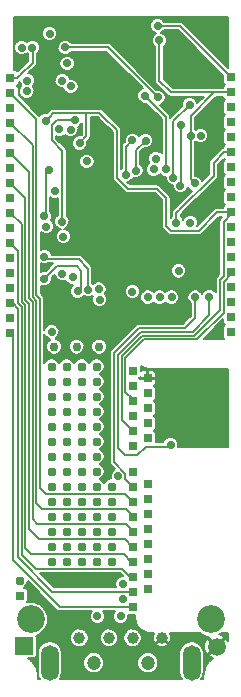
<source format=gbr>
G04 (created by PCBNEW (2013-mar-13)-testing) date Fri 20 Dec 2013 02:45:34 PM CET*
%MOIN*%
G04 Gerber Fmt 3.4, Leading zero omitted, Abs format*
%FSLAX34Y34*%
G01*
G70*
G90*
G04 APERTURE LIST*
%ADD10C,0.003937*%
%ADD11C,0.092000*%
%ADD12R,0.059100X0.059100*%
%ADD13C,0.059100*%
%ADD14C,0.030000*%
%ADD15O,0.059055X0.118110*%
%ADD16C,0.047244*%
%ADD17C,0.039370*%
%ADD18R,0.031000X0.031000*%
%ADD19C,0.031000*%
%ADD20C,0.028000*%
%ADD21C,0.006000*%
G04 APERTURE END LIST*
G54D10*
G54D11*
X31947Y-38216D03*
X25947Y-38216D03*
G54D12*
X25734Y-39108D03*
G54D13*
X32140Y-39124D03*
G54D14*
X27475Y-29125D03*
X28225Y-29125D03*
X26725Y-29125D03*
G54D15*
X31309Y-39659D03*
X26584Y-39659D03*
G54D16*
X28041Y-39659D03*
X29852Y-39659D03*
G54D17*
X27569Y-38832D03*
X28553Y-38832D03*
X29340Y-38832D03*
X30324Y-38832D03*
G54D18*
X29350Y-33290D03*
X29350Y-37790D03*
X29350Y-37290D03*
X29350Y-36790D03*
X29350Y-36290D03*
X29350Y-35790D03*
X29350Y-35290D03*
X29350Y-34790D03*
X29350Y-34290D03*
X29350Y-33790D03*
X29850Y-37198D03*
X29850Y-36698D03*
X29850Y-36198D03*
X29850Y-35698D03*
X29850Y-35198D03*
X29850Y-34698D03*
X29850Y-34198D03*
X29850Y-33698D03*
G54D19*
X26642Y-34787D03*
X27142Y-34787D03*
X27642Y-34787D03*
X28142Y-34787D03*
X28642Y-34787D03*
X27642Y-35287D03*
X28142Y-35287D03*
X28642Y-35287D03*
X27142Y-35287D03*
X26642Y-35287D03*
X26642Y-34287D03*
X27142Y-34287D03*
X27642Y-34287D03*
X28142Y-34287D03*
X28642Y-34287D03*
X26642Y-33787D03*
X27142Y-33787D03*
X27642Y-33787D03*
X28142Y-33787D03*
X28642Y-33787D03*
X26642Y-35787D03*
X26642Y-36287D03*
X27142Y-36287D03*
X27142Y-35787D03*
X27642Y-35787D03*
X27642Y-36287D03*
X28142Y-35787D03*
X28142Y-36287D03*
X28642Y-35787D03*
X28642Y-36287D03*
X26642Y-33287D03*
X27142Y-33287D03*
X27642Y-33287D03*
X28142Y-33287D03*
X28142Y-32787D03*
X27642Y-32787D03*
X27142Y-32787D03*
X26642Y-32787D03*
X26642Y-32287D03*
X27142Y-32287D03*
X27642Y-32287D03*
X28142Y-32287D03*
X28142Y-31787D03*
X27642Y-31787D03*
X27142Y-31787D03*
X26642Y-31787D03*
X26642Y-31287D03*
X27142Y-31287D03*
X27642Y-31287D03*
X28142Y-31287D03*
X28142Y-30787D03*
X27642Y-30787D03*
X27142Y-30787D03*
X26642Y-30787D03*
X26642Y-30287D03*
X27142Y-30287D03*
X27642Y-30287D03*
X27642Y-29787D03*
X27142Y-29787D03*
X26642Y-29787D03*
X28142Y-29787D03*
X28142Y-30287D03*
X25578Y-36925D03*
G54D18*
X25578Y-37425D03*
X25270Y-24180D03*
X25270Y-23680D03*
X25270Y-23180D03*
X25270Y-22680D03*
X25270Y-22180D03*
X25270Y-21680D03*
X25270Y-21180D03*
X25270Y-20680D03*
X25270Y-20180D03*
X25270Y-28680D03*
X25270Y-28180D03*
X25270Y-27680D03*
X25270Y-27180D03*
X25270Y-26680D03*
X25270Y-26180D03*
X25270Y-25680D03*
X25270Y-25180D03*
X25270Y-24680D03*
X32631Y-24152D03*
X32631Y-23652D03*
X32631Y-23152D03*
X32631Y-22652D03*
X32631Y-22152D03*
X32631Y-21652D03*
X32631Y-21152D03*
X32631Y-20652D03*
X32631Y-20152D03*
X32631Y-28652D03*
X32631Y-28152D03*
X32631Y-27652D03*
X32631Y-27152D03*
X32631Y-26652D03*
X32631Y-26152D03*
X32631Y-25652D03*
X32631Y-25152D03*
X32631Y-24652D03*
X29350Y-29930D03*
X29350Y-30430D03*
X29350Y-30930D03*
X29350Y-31430D03*
X29350Y-31930D03*
X29350Y-32430D03*
X29850Y-30180D03*
X29850Y-30680D03*
X29850Y-31180D03*
X29850Y-31680D03*
X29850Y-32180D03*
G54D20*
X31895Y-27465D03*
X30612Y-32398D03*
X30803Y-24990D03*
X27579Y-22341D03*
X26440Y-21600D03*
X29753Y-20768D03*
X30453Y-23220D03*
X26005Y-19160D03*
X31251Y-21060D03*
X30702Y-23492D03*
X32338Y-18434D03*
X26178Y-18585D03*
X26710Y-18363D03*
X28541Y-33212D03*
X27850Y-29125D03*
X26414Y-38722D03*
X27090Y-39370D03*
X27705Y-36773D03*
X27471Y-28617D03*
X31513Y-22799D03*
X27100Y-29125D03*
X26403Y-26478D03*
X26550Y-19705D03*
X30800Y-19500D03*
X31250Y-19680D03*
X31700Y-19900D03*
X27411Y-23373D03*
X32147Y-28574D03*
X31501Y-26208D03*
X28979Y-28105D03*
X25486Y-19576D03*
X28427Y-18912D03*
X31521Y-24413D03*
X28900Y-25800D03*
X28000Y-24800D03*
X29800Y-24800D03*
X28890Y-26300D03*
X29800Y-25800D03*
X28000Y-25800D03*
X27998Y-24334D03*
X29796Y-24332D03*
X28000Y-26300D03*
X29800Y-26300D03*
X29800Y-25300D03*
X28000Y-25300D03*
X28900Y-24800D03*
X28900Y-24332D03*
X28890Y-25321D03*
X29015Y-37540D03*
X29017Y-37040D03*
X30640Y-27475D03*
X30240Y-27475D03*
X29855Y-27475D03*
X26905Y-21880D03*
X26402Y-24784D03*
X26554Y-23252D03*
X25818Y-20610D03*
X27285Y-21895D03*
X26985Y-24960D03*
X25832Y-20264D03*
X27413Y-21575D03*
X27161Y-19682D03*
X30188Y-20820D03*
X27095Y-19143D03*
X27354Y-26813D03*
X30051Y-23213D03*
X26995Y-20255D03*
X27030Y-25455D03*
X27288Y-20444D03*
X26472Y-25128D03*
X26578Y-18694D03*
X31425Y-27475D03*
X31273Y-22094D03*
X30234Y-18914D03*
X31407Y-23685D03*
X28868Y-33451D03*
X30182Y-18432D03*
X30940Y-21730D03*
X30929Y-23758D03*
X28242Y-27564D03*
X28166Y-38112D03*
X27860Y-27230D03*
X26397Y-26121D03*
X27512Y-27272D03*
X26398Y-26865D03*
X28950Y-38114D03*
X26652Y-28635D03*
X26754Y-23940D03*
X31614Y-22093D03*
X30884Y-26601D03*
X26999Y-26697D03*
X31271Y-24991D03*
X25656Y-19161D03*
X29334Y-27288D03*
X30120Y-22857D03*
X27819Y-22953D03*
X28221Y-27205D03*
X29777Y-22254D03*
X29456Y-23261D03*
X29338Y-22244D03*
X29128Y-23390D03*
G54D21*
X31895Y-27465D02*
X31895Y-28081D01*
X31895Y-28081D02*
X31346Y-28630D01*
X30176Y-32456D02*
X30554Y-32456D01*
X31346Y-28630D02*
X29615Y-28630D01*
X29615Y-28630D02*
X28855Y-29390D01*
X28855Y-29390D02*
X28855Y-31935D01*
X28855Y-32503D02*
X29086Y-32734D01*
X29086Y-32734D02*
X29500Y-32734D01*
X29500Y-32734D02*
X29778Y-32456D01*
X29778Y-32456D02*
X30176Y-32456D01*
X28855Y-31935D02*
X28855Y-32503D01*
X30554Y-32456D02*
X30612Y-32398D01*
X30803Y-24990D02*
X30803Y-24667D01*
X30891Y-24579D02*
X32040Y-23430D01*
X32040Y-23430D02*
X32040Y-23013D01*
X32040Y-23013D02*
X32401Y-22652D01*
X32401Y-22652D02*
X32631Y-22652D01*
X30803Y-24667D02*
X30891Y-24579D01*
X27801Y-21334D02*
X27801Y-22119D01*
X27579Y-22341D02*
X27801Y-22119D01*
X32631Y-24652D02*
X32631Y-24704D01*
X28979Y-31559D02*
X29350Y-31930D01*
X28979Y-29440D02*
X28979Y-31559D01*
X29665Y-28755D02*
X28979Y-29440D01*
X31406Y-28755D02*
X29665Y-28755D01*
X32255Y-27906D02*
X31406Y-28755D01*
X32255Y-26905D02*
X32255Y-27906D01*
X32380Y-26780D02*
X32255Y-26905D01*
X32380Y-24955D02*
X32380Y-26780D01*
X32631Y-24704D02*
X32380Y-24955D01*
X26585Y-21455D02*
X26706Y-21334D01*
X26706Y-21334D02*
X27801Y-21334D01*
X27801Y-21334D02*
X28239Y-21334D01*
X28239Y-21334D02*
X28360Y-21455D01*
X28825Y-23275D02*
X28825Y-23505D01*
X26440Y-21600D02*
X26585Y-21455D01*
X28360Y-21455D02*
X28825Y-21920D01*
X28825Y-21920D02*
X28825Y-23275D01*
X29410Y-23860D02*
X30140Y-23860D01*
X30140Y-23860D02*
X30463Y-24183D01*
X30463Y-24183D02*
X30463Y-25091D01*
X30463Y-25091D02*
X30632Y-25260D01*
X30632Y-25260D02*
X31550Y-25260D01*
X31550Y-25260D02*
X32158Y-24652D01*
X32631Y-24652D02*
X32158Y-24652D01*
X29180Y-23860D02*
X29410Y-23860D01*
X28825Y-23505D02*
X29180Y-23860D01*
X29753Y-20768D02*
X30453Y-21468D01*
X30453Y-21468D02*
X30449Y-21468D01*
X30449Y-21468D02*
X30453Y-21468D01*
X30453Y-23220D02*
X30453Y-21468D01*
X25270Y-20180D02*
X25491Y-20180D01*
X26005Y-19160D02*
X26007Y-19162D01*
X26007Y-19162D02*
X26007Y-19664D01*
X26007Y-19664D02*
X25604Y-20067D01*
X25491Y-20180D02*
X25604Y-20067D01*
X30704Y-21607D02*
X31251Y-21060D01*
X30704Y-23490D02*
X30704Y-21607D01*
X30702Y-23492D02*
X30704Y-23490D01*
X27850Y-29336D02*
X27967Y-29453D01*
X27967Y-29453D02*
X28321Y-29453D01*
X28321Y-29453D02*
X28497Y-29629D01*
X28497Y-29629D02*
X28497Y-33168D01*
X28497Y-33168D02*
X28541Y-33212D01*
X27850Y-29125D02*
X27850Y-29336D01*
X27090Y-39370D02*
X27593Y-39370D01*
X27593Y-39370D02*
X27732Y-39231D01*
X27732Y-39231D02*
X29926Y-39231D01*
X29926Y-39231D02*
X30324Y-38832D01*
X31250Y-19680D02*
X30980Y-19680D01*
X30980Y-19680D02*
X30800Y-19500D01*
X31250Y-19680D02*
X31480Y-19680D01*
X31480Y-19680D02*
X31700Y-19900D01*
X27998Y-24334D02*
X28000Y-23962D01*
X28000Y-23962D02*
X27411Y-23373D01*
X29350Y-37290D02*
X26665Y-37290D01*
X26665Y-37290D02*
X25520Y-36145D01*
X25340Y-27680D02*
X25520Y-27860D01*
X25340Y-27680D02*
X25270Y-27680D01*
X25520Y-27860D02*
X25520Y-36145D01*
X29350Y-30930D02*
X29350Y-30876D01*
X31492Y-28880D02*
X29720Y-28880D01*
X32380Y-27992D02*
X31492Y-28880D01*
X32380Y-26960D02*
X32380Y-27992D01*
X32631Y-26709D02*
X32380Y-26960D01*
X32631Y-26709D02*
X32631Y-26652D01*
X29102Y-29498D02*
X29720Y-28880D01*
X29102Y-30628D02*
X29102Y-29498D01*
X29350Y-30876D02*
X29102Y-30628D01*
X29350Y-30880D02*
X29350Y-30930D01*
X29350Y-37790D02*
X26909Y-37790D01*
X26909Y-37790D02*
X25360Y-36241D01*
X25270Y-28680D02*
X25270Y-28730D01*
X25270Y-28730D02*
X25360Y-28820D01*
X25360Y-28820D02*
X25360Y-36241D01*
X29350Y-34790D02*
X29350Y-34776D01*
X29111Y-34537D02*
X28662Y-34537D01*
X29350Y-34776D02*
X29111Y-34537D01*
X26008Y-25768D02*
X26008Y-22418D01*
X26008Y-25768D02*
X26008Y-27463D01*
X26008Y-27463D02*
X26133Y-27588D01*
X26133Y-27588D02*
X26133Y-34337D01*
X26133Y-34337D02*
X26333Y-34537D01*
X26333Y-34537D02*
X28662Y-34537D01*
X26008Y-22418D02*
X25270Y-21680D01*
X26454Y-23352D02*
X26554Y-23252D01*
X26402Y-24784D02*
X26454Y-24732D01*
X26454Y-24732D02*
X26454Y-23352D01*
X26999Y-22589D02*
X26999Y-24946D01*
X26812Y-21575D02*
X26661Y-21726D01*
X26661Y-21726D02*
X26661Y-22251D01*
X26661Y-22251D02*
X26999Y-22589D01*
X26812Y-21575D02*
X27413Y-21575D01*
X26999Y-24946D02*
X26985Y-24960D01*
X29350Y-35290D02*
X29350Y-35274D01*
X29113Y-35037D02*
X28677Y-35037D01*
X29350Y-35274D02*
X29113Y-35037D01*
X25886Y-25820D02*
X25886Y-23296D01*
X25886Y-23296D02*
X25270Y-22680D01*
X26010Y-34870D02*
X26010Y-34880D01*
X26167Y-35037D02*
X28677Y-35037D01*
X26010Y-34880D02*
X26167Y-35037D01*
X26009Y-27650D02*
X26010Y-27650D01*
X26009Y-27641D02*
X26009Y-27650D01*
X25886Y-27518D02*
X26009Y-27641D01*
X25886Y-25820D02*
X25886Y-27518D01*
X26010Y-27650D02*
X26010Y-34870D01*
X27413Y-21575D02*
X27412Y-21576D01*
X29350Y-36290D02*
X29298Y-36290D01*
X25766Y-35798D02*
X25766Y-27746D01*
X25766Y-35798D02*
X25766Y-35837D01*
X25969Y-36040D02*
X25766Y-35837D01*
X29048Y-36040D02*
X25969Y-36040D01*
X29298Y-36290D02*
X29048Y-36040D01*
X29350Y-36290D02*
X29350Y-36286D01*
X25642Y-25928D02*
X25642Y-25052D01*
X25642Y-25928D02*
X25642Y-27622D01*
X25642Y-27622D02*
X25766Y-27746D01*
X25642Y-25052D02*
X25270Y-24680D01*
X27095Y-19143D02*
X28511Y-19143D01*
X28511Y-19143D02*
X30188Y-20820D01*
X25887Y-27694D02*
X25887Y-35197D01*
X25764Y-25874D02*
X25764Y-24174D01*
X25270Y-23680D02*
X25764Y-24174D01*
X25764Y-27571D02*
X25887Y-27694D01*
X25764Y-25874D02*
X25764Y-27571D01*
X26230Y-35540D02*
X26275Y-35540D01*
X25887Y-35197D02*
X26230Y-35540D01*
X29335Y-35790D02*
X29085Y-35540D01*
X29085Y-35540D02*
X26275Y-35540D01*
X29335Y-35790D02*
X29350Y-35790D01*
X29350Y-35790D02*
X29342Y-35790D01*
X31425Y-27475D02*
X31425Y-28165D01*
X31425Y-28165D02*
X31085Y-28505D01*
X29100Y-33540D02*
X29350Y-33790D01*
X29100Y-33354D02*
X29100Y-33540D01*
X28730Y-32984D02*
X29100Y-33354D01*
X28730Y-29335D02*
X28730Y-32984D01*
X29560Y-28505D02*
X28730Y-29335D01*
X31085Y-28505D02*
X29560Y-28505D01*
X32631Y-20652D02*
X30613Y-20652D01*
X30234Y-20273D02*
X30234Y-18914D01*
X30613Y-20652D02*
X30234Y-20273D01*
X31274Y-22116D02*
X31274Y-21450D01*
X32072Y-20652D02*
X32631Y-20652D01*
X31274Y-21450D02*
X32072Y-20652D01*
X31274Y-23552D02*
X31274Y-22116D01*
X31407Y-23685D02*
X31274Y-23552D01*
X30182Y-18432D02*
X30911Y-18432D01*
X30911Y-18432D02*
X32631Y-20152D01*
X30940Y-23747D02*
X30940Y-21730D01*
X30929Y-23758D02*
X30940Y-23747D01*
X27543Y-26207D02*
X26483Y-26207D01*
X27858Y-26526D02*
X27858Y-26522D01*
X27860Y-26524D02*
X27858Y-26526D01*
X27858Y-26522D02*
X27543Y-26207D01*
X27860Y-27230D02*
X27860Y-26524D01*
X26483Y-26207D02*
X26397Y-26121D01*
X29350Y-36790D02*
X29250Y-36790D01*
X29000Y-36540D02*
X26127Y-36540D01*
X29250Y-36790D02*
X29000Y-36540D01*
X26821Y-26442D02*
X27473Y-26442D01*
X27630Y-26997D02*
X27630Y-26599D01*
X27473Y-26442D02*
X27630Y-26599D01*
X27512Y-27272D02*
X27630Y-27154D01*
X27630Y-27154D02*
X27630Y-26997D01*
X26398Y-26865D02*
X26821Y-26442D01*
X25643Y-27798D02*
X25643Y-36056D01*
X26127Y-36540D02*
X25643Y-36056D01*
X25518Y-25987D02*
X25518Y-27673D01*
X25518Y-27673D02*
X25643Y-27798D01*
X25270Y-25680D02*
X25518Y-25928D01*
X25518Y-25987D02*
X25518Y-25928D01*
X26258Y-33730D02*
X26258Y-33847D01*
X28640Y-34040D02*
X26570Y-34040D01*
X26130Y-27408D02*
X26130Y-25717D01*
X26258Y-27536D02*
X26130Y-27408D01*
X25270Y-20680D02*
X26130Y-21540D01*
X26130Y-25717D02*
X26130Y-21540D01*
X29100Y-34040D02*
X28640Y-34040D01*
X29100Y-34040D02*
X29350Y-34290D01*
X26258Y-33730D02*
X26258Y-27536D01*
X26451Y-34040D02*
X26570Y-34040D01*
X26258Y-33847D02*
X26451Y-34040D01*
X29777Y-22254D02*
X29456Y-22575D01*
X29456Y-22575D02*
X29456Y-23261D01*
X29128Y-22454D02*
X29128Y-23390D01*
X29338Y-22244D02*
X29128Y-22454D01*
G54D10*
G36*
X26705Y-26352D02*
X26447Y-26610D01*
X26347Y-26609D01*
X26275Y-26639D01*
X26275Y-26346D01*
X26346Y-26375D01*
X26447Y-26376D01*
X26505Y-26352D01*
X26705Y-26352D01*
X26705Y-26352D01*
G37*
G54D21*
X26705Y-26352D02*
X26447Y-26610D01*
X26347Y-26609D01*
X26275Y-26639D01*
X26275Y-26346D01*
X26346Y-26375D01*
X26447Y-26376D01*
X26505Y-26352D01*
X26705Y-26352D01*
G54D10*
G36*
X29039Y-36785D02*
X28966Y-36784D01*
X28872Y-36823D01*
X28800Y-36895D01*
X28762Y-36989D01*
X28761Y-37090D01*
X28784Y-37145D01*
X26725Y-37145D01*
X26265Y-36685D01*
X28939Y-36685D01*
X29039Y-36785D01*
X29039Y-36785D01*
G37*
G54D21*
X29039Y-36785D02*
X28966Y-36784D01*
X28872Y-36823D01*
X28800Y-36895D01*
X28762Y-36989D01*
X28761Y-37090D01*
X28784Y-37145D01*
X26725Y-37145D01*
X26265Y-36685D01*
X28939Y-36685D01*
X29039Y-36785D01*
G54D10*
G36*
X32332Y-24797D02*
X32277Y-24852D01*
X32246Y-24899D01*
X32244Y-24908D01*
X32235Y-24955D01*
X32235Y-26719D01*
X32152Y-26802D01*
X32121Y-26849D01*
X32119Y-26858D01*
X32110Y-26905D01*
X32110Y-27319D01*
X32039Y-27248D01*
X31945Y-27210D01*
X31844Y-27209D01*
X31750Y-27248D01*
X31678Y-27320D01*
X31657Y-27370D01*
X31641Y-27330D01*
X31569Y-27258D01*
X31475Y-27220D01*
X31374Y-27219D01*
X31280Y-27258D01*
X31208Y-27330D01*
X31170Y-27424D01*
X31169Y-27525D01*
X31208Y-27619D01*
X31280Y-27690D01*
X31280Y-28104D01*
X31139Y-28245D01*
X31139Y-26550D01*
X31100Y-26456D01*
X31028Y-26384D01*
X30934Y-26346D01*
X30833Y-26345D01*
X30739Y-26384D01*
X30667Y-26456D01*
X30629Y-26550D01*
X30628Y-26651D01*
X30667Y-26745D01*
X30739Y-26817D01*
X30833Y-26855D01*
X30934Y-26856D01*
X31028Y-26817D01*
X31100Y-26745D01*
X31138Y-26651D01*
X31139Y-26550D01*
X31139Y-28245D01*
X31024Y-28360D01*
X30895Y-28360D01*
X30895Y-27424D01*
X30856Y-27330D01*
X30784Y-27258D01*
X30690Y-27220D01*
X30589Y-27219D01*
X30495Y-27258D01*
X30439Y-27314D01*
X30384Y-27258D01*
X30290Y-27220D01*
X30189Y-27219D01*
X30095Y-27258D01*
X30047Y-27306D01*
X29999Y-27258D01*
X29905Y-27220D01*
X29804Y-27219D01*
X29710Y-27258D01*
X29638Y-27330D01*
X29600Y-27424D01*
X29599Y-27525D01*
X29638Y-27619D01*
X29710Y-27691D01*
X29804Y-27729D01*
X29905Y-27730D01*
X29999Y-27691D01*
X30047Y-27643D01*
X30095Y-27691D01*
X30189Y-27729D01*
X30290Y-27730D01*
X30384Y-27691D01*
X30440Y-27635D01*
X30495Y-27691D01*
X30589Y-27729D01*
X30690Y-27730D01*
X30784Y-27691D01*
X30856Y-27619D01*
X30894Y-27525D01*
X30895Y-27424D01*
X30895Y-28360D01*
X29589Y-28360D01*
X29589Y-27237D01*
X29550Y-27143D01*
X29478Y-27071D01*
X29384Y-27033D01*
X29283Y-27032D01*
X29189Y-27071D01*
X29117Y-27143D01*
X29079Y-27237D01*
X29078Y-27338D01*
X29117Y-27432D01*
X29189Y-27504D01*
X29283Y-27542D01*
X29384Y-27543D01*
X29478Y-27504D01*
X29550Y-27432D01*
X29588Y-27338D01*
X29589Y-27237D01*
X29589Y-28360D01*
X29560Y-28360D01*
X29513Y-28369D01*
X29504Y-28371D01*
X29457Y-28402D01*
X28627Y-29232D01*
X28596Y-29279D01*
X28594Y-29288D01*
X28585Y-29335D01*
X28585Y-32984D01*
X28594Y-33030D01*
X28596Y-33039D01*
X28627Y-33086D01*
X28760Y-33219D01*
X28723Y-33234D01*
X28651Y-33306D01*
X28613Y-33400D01*
X28612Y-33501D01*
X28619Y-33516D01*
X28588Y-33516D01*
X28490Y-33557D01*
X28490Y-29072D01*
X28449Y-28975D01*
X28375Y-28900D01*
X28277Y-28860D01*
X28172Y-28859D01*
X28075Y-28900D01*
X28000Y-28974D01*
X27960Y-29072D01*
X27959Y-29177D01*
X28000Y-29274D01*
X28074Y-29349D01*
X28172Y-29389D01*
X28277Y-29390D01*
X28374Y-29349D01*
X28449Y-29275D01*
X28489Y-29177D01*
X28490Y-29072D01*
X28490Y-33557D01*
X28489Y-33557D01*
X28413Y-33633D01*
X28391Y-33685D01*
X28371Y-33634D01*
X28295Y-33558D01*
X28243Y-33536D01*
X28294Y-33516D01*
X28370Y-33440D01*
X28411Y-33340D01*
X28412Y-33233D01*
X28371Y-33134D01*
X28295Y-33058D01*
X28243Y-33036D01*
X28294Y-33016D01*
X28370Y-32940D01*
X28411Y-32840D01*
X28412Y-32733D01*
X28371Y-32634D01*
X28295Y-32558D01*
X28243Y-32536D01*
X28294Y-32516D01*
X28370Y-32440D01*
X28411Y-32340D01*
X28412Y-32233D01*
X28371Y-32134D01*
X28295Y-32058D01*
X28243Y-32036D01*
X28294Y-32016D01*
X28370Y-31940D01*
X28411Y-31840D01*
X28412Y-31733D01*
X28371Y-31634D01*
X28295Y-31558D01*
X28243Y-31536D01*
X28294Y-31516D01*
X28370Y-31440D01*
X28411Y-31340D01*
X28412Y-31233D01*
X28371Y-31134D01*
X28295Y-31058D01*
X28243Y-31036D01*
X28294Y-31016D01*
X28370Y-30940D01*
X28411Y-30840D01*
X28412Y-30733D01*
X28371Y-30634D01*
X28295Y-30558D01*
X28243Y-30536D01*
X28294Y-30516D01*
X28370Y-30440D01*
X28411Y-30340D01*
X28412Y-30233D01*
X28371Y-30134D01*
X28295Y-30058D01*
X28243Y-30036D01*
X28294Y-30016D01*
X28370Y-29940D01*
X28411Y-29840D01*
X28412Y-29733D01*
X28371Y-29634D01*
X28295Y-29558D01*
X28195Y-29517D01*
X28088Y-29516D01*
X27989Y-29557D01*
X27913Y-29633D01*
X27891Y-29685D01*
X27871Y-29634D01*
X27795Y-29558D01*
X27740Y-29535D01*
X27740Y-29072D01*
X27699Y-28975D01*
X27625Y-28900D01*
X27527Y-28860D01*
X27422Y-28859D01*
X27325Y-28900D01*
X27250Y-28974D01*
X27210Y-29072D01*
X27209Y-29177D01*
X27250Y-29274D01*
X27324Y-29349D01*
X27422Y-29389D01*
X27527Y-29390D01*
X27624Y-29349D01*
X27699Y-29275D01*
X27739Y-29177D01*
X27740Y-29072D01*
X27740Y-29535D01*
X27695Y-29517D01*
X27588Y-29516D01*
X27489Y-29557D01*
X27413Y-29633D01*
X27391Y-29685D01*
X27371Y-29634D01*
X27295Y-29558D01*
X27195Y-29517D01*
X27088Y-29516D01*
X26989Y-29557D01*
X26913Y-29633D01*
X26891Y-29685D01*
X26871Y-29634D01*
X26795Y-29558D01*
X26695Y-29517D01*
X26588Y-29516D01*
X26489Y-29557D01*
X26413Y-29633D01*
X26403Y-29658D01*
X26403Y-28700D01*
X26435Y-28779D01*
X26507Y-28851D01*
X26600Y-28889D01*
X26575Y-28900D01*
X26500Y-28974D01*
X26460Y-29072D01*
X26459Y-29177D01*
X26500Y-29274D01*
X26574Y-29349D01*
X26672Y-29389D01*
X26777Y-29390D01*
X26874Y-29349D01*
X26949Y-29275D01*
X26989Y-29177D01*
X26990Y-29072D01*
X26949Y-28975D01*
X26875Y-28900D01*
X26777Y-28860D01*
X26775Y-28860D01*
X26796Y-28851D01*
X26868Y-28779D01*
X26906Y-28685D01*
X26907Y-28584D01*
X26868Y-28490D01*
X26796Y-28418D01*
X26702Y-28380D01*
X26601Y-28379D01*
X26507Y-28418D01*
X26435Y-28490D01*
X26403Y-28569D01*
X26403Y-27536D01*
X26393Y-27489D01*
X26391Y-27480D01*
X26391Y-27480D01*
X26360Y-27433D01*
X26360Y-27433D01*
X26275Y-27347D01*
X26275Y-27090D01*
X26347Y-27119D01*
X26448Y-27120D01*
X26542Y-27081D01*
X26614Y-27009D01*
X26652Y-26915D01*
X26653Y-26815D01*
X26743Y-26724D01*
X26743Y-26747D01*
X26782Y-26841D01*
X26854Y-26913D01*
X26948Y-26951D01*
X27049Y-26952D01*
X27122Y-26921D01*
X27137Y-26957D01*
X27209Y-27029D01*
X27303Y-27067D01*
X27355Y-27068D01*
X27295Y-27127D01*
X27257Y-27221D01*
X27256Y-27322D01*
X27295Y-27416D01*
X27367Y-27488D01*
X27461Y-27526D01*
X27562Y-27527D01*
X27656Y-27488D01*
X27706Y-27437D01*
X27715Y-27446D01*
X27809Y-27484D01*
X27910Y-27485D01*
X28004Y-27446D01*
X28022Y-27428D01*
X27987Y-27513D01*
X27986Y-27614D01*
X28025Y-27708D01*
X28097Y-27780D01*
X28191Y-27818D01*
X28292Y-27819D01*
X28386Y-27780D01*
X28458Y-27708D01*
X28496Y-27614D01*
X28497Y-27513D01*
X28458Y-27419D01*
X28412Y-27374D01*
X28437Y-27349D01*
X28475Y-27255D01*
X28476Y-27154D01*
X28437Y-27060D01*
X28365Y-26988D01*
X28271Y-26950D01*
X28170Y-26949D01*
X28076Y-26988D01*
X28074Y-26991D01*
X28074Y-22902D01*
X28035Y-22808D01*
X27963Y-22736D01*
X27869Y-22698D01*
X27768Y-22697D01*
X27674Y-22736D01*
X27602Y-22808D01*
X27564Y-22902D01*
X27563Y-23003D01*
X27602Y-23097D01*
X27674Y-23169D01*
X27768Y-23207D01*
X27869Y-23208D01*
X27963Y-23169D01*
X28035Y-23097D01*
X28073Y-23003D01*
X28074Y-22902D01*
X28074Y-26991D01*
X28027Y-27037D01*
X28005Y-27014D01*
X28005Y-26524D01*
X27995Y-26477D01*
X27993Y-26468D01*
X27993Y-26468D01*
X27962Y-26421D01*
X27961Y-26420D01*
X27960Y-26419D01*
X27960Y-26419D01*
X27645Y-26104D01*
X27598Y-26073D01*
X27589Y-26071D01*
X27543Y-26062D01*
X26648Y-26062D01*
X26613Y-25976D01*
X26541Y-25904D01*
X26447Y-25866D01*
X26346Y-25865D01*
X26275Y-25895D01*
X26275Y-25717D01*
X26275Y-25291D01*
X26327Y-25344D01*
X26421Y-25382D01*
X26522Y-25383D01*
X26616Y-25344D01*
X26688Y-25272D01*
X26726Y-25178D01*
X26727Y-25077D01*
X26688Y-24983D01*
X26622Y-24917D01*
X26656Y-24834D01*
X26657Y-24733D01*
X26618Y-24639D01*
X26599Y-24620D01*
X26599Y-24145D01*
X26609Y-24156D01*
X26703Y-24194D01*
X26804Y-24195D01*
X26854Y-24174D01*
X26854Y-24738D01*
X26840Y-24743D01*
X26768Y-24815D01*
X26730Y-24909D01*
X26729Y-25010D01*
X26768Y-25104D01*
X26840Y-25176D01*
X26934Y-25214D01*
X26943Y-25214D01*
X26885Y-25238D01*
X26813Y-25310D01*
X26775Y-25404D01*
X26774Y-25505D01*
X26813Y-25599D01*
X26885Y-25671D01*
X26979Y-25709D01*
X27080Y-25710D01*
X27174Y-25671D01*
X27246Y-25599D01*
X27284Y-25505D01*
X27285Y-25404D01*
X27246Y-25310D01*
X27174Y-25238D01*
X27080Y-25200D01*
X27071Y-25200D01*
X27129Y-25176D01*
X27201Y-25104D01*
X27239Y-25010D01*
X27240Y-24909D01*
X27201Y-24815D01*
X27144Y-24758D01*
X27144Y-22589D01*
X27132Y-22533D01*
X27101Y-22486D01*
X26806Y-22190D01*
X26806Y-22115D01*
X26854Y-22134D01*
X26955Y-22135D01*
X27049Y-22096D01*
X27087Y-22058D01*
X27140Y-22111D01*
X27234Y-22149D01*
X27335Y-22150D01*
X27429Y-22111D01*
X27501Y-22039D01*
X27539Y-21945D01*
X27540Y-21844D01*
X27523Y-21805D01*
X27557Y-21791D01*
X27629Y-21719D01*
X27656Y-21654D01*
X27656Y-22058D01*
X27628Y-22086D01*
X27528Y-22085D01*
X27434Y-22124D01*
X27362Y-22196D01*
X27324Y-22290D01*
X27323Y-22391D01*
X27362Y-22485D01*
X27434Y-22557D01*
X27528Y-22595D01*
X27629Y-22596D01*
X27723Y-22557D01*
X27795Y-22485D01*
X27833Y-22391D01*
X27834Y-22291D01*
X27903Y-22221D01*
X27903Y-22221D01*
X27934Y-22174D01*
X27946Y-22119D01*
X27946Y-21479D01*
X28178Y-21479D01*
X28257Y-21557D01*
X28257Y-21557D01*
X28257Y-21557D01*
X28680Y-21980D01*
X28680Y-23275D01*
X28680Y-23505D01*
X28689Y-23551D01*
X28691Y-23560D01*
X28722Y-23607D01*
X29077Y-23962D01*
X29077Y-23962D01*
X29108Y-23983D01*
X29124Y-23993D01*
X29124Y-23993D01*
X29180Y-24005D01*
X29410Y-24005D01*
X30079Y-24005D01*
X30318Y-24243D01*
X30318Y-25091D01*
X30327Y-25137D01*
X30329Y-25146D01*
X30360Y-25193D01*
X30529Y-25362D01*
X30529Y-25362D01*
X30576Y-25393D01*
X30576Y-25393D01*
X30585Y-25395D01*
X30632Y-25405D01*
X31550Y-25405D01*
X31550Y-25404D01*
X31596Y-25395D01*
X31605Y-25393D01*
X31605Y-25393D01*
X31652Y-25362D01*
X32218Y-24797D01*
X32332Y-24797D01*
X32332Y-24797D01*
G37*
G54D21*
X32332Y-24797D02*
X32277Y-24852D01*
X32246Y-24899D01*
X32244Y-24908D01*
X32235Y-24955D01*
X32235Y-26719D01*
X32152Y-26802D01*
X32121Y-26849D01*
X32119Y-26858D01*
X32110Y-26905D01*
X32110Y-27319D01*
X32039Y-27248D01*
X31945Y-27210D01*
X31844Y-27209D01*
X31750Y-27248D01*
X31678Y-27320D01*
X31657Y-27370D01*
X31641Y-27330D01*
X31569Y-27258D01*
X31475Y-27220D01*
X31374Y-27219D01*
X31280Y-27258D01*
X31208Y-27330D01*
X31170Y-27424D01*
X31169Y-27525D01*
X31208Y-27619D01*
X31280Y-27690D01*
X31280Y-28104D01*
X31139Y-28245D01*
X31139Y-26550D01*
X31100Y-26456D01*
X31028Y-26384D01*
X30934Y-26346D01*
X30833Y-26345D01*
X30739Y-26384D01*
X30667Y-26456D01*
X30629Y-26550D01*
X30628Y-26651D01*
X30667Y-26745D01*
X30739Y-26817D01*
X30833Y-26855D01*
X30934Y-26856D01*
X31028Y-26817D01*
X31100Y-26745D01*
X31138Y-26651D01*
X31139Y-26550D01*
X31139Y-28245D01*
X31024Y-28360D01*
X30895Y-28360D01*
X30895Y-27424D01*
X30856Y-27330D01*
X30784Y-27258D01*
X30690Y-27220D01*
X30589Y-27219D01*
X30495Y-27258D01*
X30439Y-27314D01*
X30384Y-27258D01*
X30290Y-27220D01*
X30189Y-27219D01*
X30095Y-27258D01*
X30047Y-27306D01*
X29999Y-27258D01*
X29905Y-27220D01*
X29804Y-27219D01*
X29710Y-27258D01*
X29638Y-27330D01*
X29600Y-27424D01*
X29599Y-27525D01*
X29638Y-27619D01*
X29710Y-27691D01*
X29804Y-27729D01*
X29905Y-27730D01*
X29999Y-27691D01*
X30047Y-27643D01*
X30095Y-27691D01*
X30189Y-27729D01*
X30290Y-27730D01*
X30384Y-27691D01*
X30440Y-27635D01*
X30495Y-27691D01*
X30589Y-27729D01*
X30690Y-27730D01*
X30784Y-27691D01*
X30856Y-27619D01*
X30894Y-27525D01*
X30895Y-27424D01*
X30895Y-28360D01*
X29589Y-28360D01*
X29589Y-27237D01*
X29550Y-27143D01*
X29478Y-27071D01*
X29384Y-27033D01*
X29283Y-27032D01*
X29189Y-27071D01*
X29117Y-27143D01*
X29079Y-27237D01*
X29078Y-27338D01*
X29117Y-27432D01*
X29189Y-27504D01*
X29283Y-27542D01*
X29384Y-27543D01*
X29478Y-27504D01*
X29550Y-27432D01*
X29588Y-27338D01*
X29589Y-27237D01*
X29589Y-28360D01*
X29560Y-28360D01*
X29513Y-28369D01*
X29504Y-28371D01*
X29457Y-28402D01*
X28627Y-29232D01*
X28596Y-29279D01*
X28594Y-29288D01*
X28585Y-29335D01*
X28585Y-32984D01*
X28594Y-33030D01*
X28596Y-33039D01*
X28627Y-33086D01*
X28760Y-33219D01*
X28723Y-33234D01*
X28651Y-33306D01*
X28613Y-33400D01*
X28612Y-33501D01*
X28619Y-33516D01*
X28588Y-33516D01*
X28490Y-33557D01*
X28490Y-29072D01*
X28449Y-28975D01*
X28375Y-28900D01*
X28277Y-28860D01*
X28172Y-28859D01*
X28075Y-28900D01*
X28000Y-28974D01*
X27960Y-29072D01*
X27959Y-29177D01*
X28000Y-29274D01*
X28074Y-29349D01*
X28172Y-29389D01*
X28277Y-29390D01*
X28374Y-29349D01*
X28449Y-29275D01*
X28489Y-29177D01*
X28490Y-29072D01*
X28490Y-33557D01*
X28489Y-33557D01*
X28413Y-33633D01*
X28391Y-33685D01*
X28371Y-33634D01*
X28295Y-33558D01*
X28243Y-33536D01*
X28294Y-33516D01*
X28370Y-33440D01*
X28411Y-33340D01*
X28412Y-33233D01*
X28371Y-33134D01*
X28295Y-33058D01*
X28243Y-33036D01*
X28294Y-33016D01*
X28370Y-32940D01*
X28411Y-32840D01*
X28412Y-32733D01*
X28371Y-32634D01*
X28295Y-32558D01*
X28243Y-32536D01*
X28294Y-32516D01*
X28370Y-32440D01*
X28411Y-32340D01*
X28412Y-32233D01*
X28371Y-32134D01*
X28295Y-32058D01*
X28243Y-32036D01*
X28294Y-32016D01*
X28370Y-31940D01*
X28411Y-31840D01*
X28412Y-31733D01*
X28371Y-31634D01*
X28295Y-31558D01*
X28243Y-31536D01*
X28294Y-31516D01*
X28370Y-31440D01*
X28411Y-31340D01*
X28412Y-31233D01*
X28371Y-31134D01*
X28295Y-31058D01*
X28243Y-31036D01*
X28294Y-31016D01*
X28370Y-30940D01*
X28411Y-30840D01*
X28412Y-30733D01*
X28371Y-30634D01*
X28295Y-30558D01*
X28243Y-30536D01*
X28294Y-30516D01*
X28370Y-30440D01*
X28411Y-30340D01*
X28412Y-30233D01*
X28371Y-30134D01*
X28295Y-30058D01*
X28243Y-30036D01*
X28294Y-30016D01*
X28370Y-29940D01*
X28411Y-29840D01*
X28412Y-29733D01*
X28371Y-29634D01*
X28295Y-29558D01*
X28195Y-29517D01*
X28088Y-29516D01*
X27989Y-29557D01*
X27913Y-29633D01*
X27891Y-29685D01*
X27871Y-29634D01*
X27795Y-29558D01*
X27740Y-29535D01*
X27740Y-29072D01*
X27699Y-28975D01*
X27625Y-28900D01*
X27527Y-28860D01*
X27422Y-28859D01*
X27325Y-28900D01*
X27250Y-28974D01*
X27210Y-29072D01*
X27209Y-29177D01*
X27250Y-29274D01*
X27324Y-29349D01*
X27422Y-29389D01*
X27527Y-29390D01*
X27624Y-29349D01*
X27699Y-29275D01*
X27739Y-29177D01*
X27740Y-29072D01*
X27740Y-29535D01*
X27695Y-29517D01*
X27588Y-29516D01*
X27489Y-29557D01*
X27413Y-29633D01*
X27391Y-29685D01*
X27371Y-29634D01*
X27295Y-29558D01*
X27195Y-29517D01*
X27088Y-29516D01*
X26989Y-29557D01*
X26913Y-29633D01*
X26891Y-29685D01*
X26871Y-29634D01*
X26795Y-29558D01*
X26695Y-29517D01*
X26588Y-29516D01*
X26489Y-29557D01*
X26413Y-29633D01*
X26403Y-29658D01*
X26403Y-28700D01*
X26435Y-28779D01*
X26507Y-28851D01*
X26600Y-28889D01*
X26575Y-28900D01*
X26500Y-28974D01*
X26460Y-29072D01*
X26459Y-29177D01*
X26500Y-29274D01*
X26574Y-29349D01*
X26672Y-29389D01*
X26777Y-29390D01*
X26874Y-29349D01*
X26949Y-29275D01*
X26989Y-29177D01*
X26990Y-29072D01*
X26949Y-28975D01*
X26875Y-28900D01*
X26777Y-28860D01*
X26775Y-28860D01*
X26796Y-28851D01*
X26868Y-28779D01*
X26906Y-28685D01*
X26907Y-28584D01*
X26868Y-28490D01*
X26796Y-28418D01*
X26702Y-28380D01*
X26601Y-28379D01*
X26507Y-28418D01*
X26435Y-28490D01*
X26403Y-28569D01*
X26403Y-27536D01*
X26393Y-27489D01*
X26391Y-27480D01*
X26391Y-27480D01*
X26360Y-27433D01*
X26360Y-27433D01*
X26275Y-27347D01*
X26275Y-27090D01*
X26347Y-27119D01*
X26448Y-27120D01*
X26542Y-27081D01*
X26614Y-27009D01*
X26652Y-26915D01*
X26653Y-26815D01*
X26743Y-26724D01*
X26743Y-26747D01*
X26782Y-26841D01*
X26854Y-26913D01*
X26948Y-26951D01*
X27049Y-26952D01*
X27122Y-26921D01*
X27137Y-26957D01*
X27209Y-27029D01*
X27303Y-27067D01*
X27355Y-27068D01*
X27295Y-27127D01*
X27257Y-27221D01*
X27256Y-27322D01*
X27295Y-27416D01*
X27367Y-27488D01*
X27461Y-27526D01*
X27562Y-27527D01*
X27656Y-27488D01*
X27706Y-27437D01*
X27715Y-27446D01*
X27809Y-27484D01*
X27910Y-27485D01*
X28004Y-27446D01*
X28022Y-27428D01*
X27987Y-27513D01*
X27986Y-27614D01*
X28025Y-27708D01*
X28097Y-27780D01*
X28191Y-27818D01*
X28292Y-27819D01*
X28386Y-27780D01*
X28458Y-27708D01*
X28496Y-27614D01*
X28497Y-27513D01*
X28458Y-27419D01*
X28412Y-27374D01*
X28437Y-27349D01*
X28475Y-27255D01*
X28476Y-27154D01*
X28437Y-27060D01*
X28365Y-26988D01*
X28271Y-26950D01*
X28170Y-26949D01*
X28076Y-26988D01*
X28074Y-26991D01*
X28074Y-22902D01*
X28035Y-22808D01*
X27963Y-22736D01*
X27869Y-22698D01*
X27768Y-22697D01*
X27674Y-22736D01*
X27602Y-22808D01*
X27564Y-22902D01*
X27563Y-23003D01*
X27602Y-23097D01*
X27674Y-23169D01*
X27768Y-23207D01*
X27869Y-23208D01*
X27963Y-23169D01*
X28035Y-23097D01*
X28073Y-23003D01*
X28074Y-22902D01*
X28074Y-26991D01*
X28027Y-27037D01*
X28005Y-27014D01*
X28005Y-26524D01*
X27995Y-26477D01*
X27993Y-26468D01*
X27993Y-26468D01*
X27962Y-26421D01*
X27961Y-26420D01*
X27960Y-26419D01*
X27960Y-26419D01*
X27645Y-26104D01*
X27598Y-26073D01*
X27589Y-26071D01*
X27543Y-26062D01*
X26648Y-26062D01*
X26613Y-25976D01*
X26541Y-25904D01*
X26447Y-25866D01*
X26346Y-25865D01*
X26275Y-25895D01*
X26275Y-25717D01*
X26275Y-25291D01*
X26327Y-25344D01*
X26421Y-25382D01*
X26522Y-25383D01*
X26616Y-25344D01*
X26688Y-25272D01*
X26726Y-25178D01*
X26727Y-25077D01*
X26688Y-24983D01*
X26622Y-24917D01*
X26656Y-24834D01*
X26657Y-24733D01*
X26618Y-24639D01*
X26599Y-24620D01*
X26599Y-24145D01*
X26609Y-24156D01*
X26703Y-24194D01*
X26804Y-24195D01*
X26854Y-24174D01*
X26854Y-24738D01*
X26840Y-24743D01*
X26768Y-24815D01*
X26730Y-24909D01*
X26729Y-25010D01*
X26768Y-25104D01*
X26840Y-25176D01*
X26934Y-25214D01*
X26943Y-25214D01*
X26885Y-25238D01*
X26813Y-25310D01*
X26775Y-25404D01*
X26774Y-25505D01*
X26813Y-25599D01*
X26885Y-25671D01*
X26979Y-25709D01*
X27080Y-25710D01*
X27174Y-25671D01*
X27246Y-25599D01*
X27284Y-25505D01*
X27285Y-25404D01*
X27246Y-25310D01*
X27174Y-25238D01*
X27080Y-25200D01*
X27071Y-25200D01*
X27129Y-25176D01*
X27201Y-25104D01*
X27239Y-25010D01*
X27240Y-24909D01*
X27201Y-24815D01*
X27144Y-24758D01*
X27144Y-22589D01*
X27132Y-22533D01*
X27101Y-22486D01*
X26806Y-22190D01*
X26806Y-22115D01*
X26854Y-22134D01*
X26955Y-22135D01*
X27049Y-22096D01*
X27087Y-22058D01*
X27140Y-22111D01*
X27234Y-22149D01*
X27335Y-22150D01*
X27429Y-22111D01*
X27501Y-22039D01*
X27539Y-21945D01*
X27540Y-21844D01*
X27523Y-21805D01*
X27557Y-21791D01*
X27629Y-21719D01*
X27656Y-21654D01*
X27656Y-22058D01*
X27628Y-22086D01*
X27528Y-22085D01*
X27434Y-22124D01*
X27362Y-22196D01*
X27324Y-22290D01*
X27323Y-22391D01*
X27362Y-22485D01*
X27434Y-22557D01*
X27528Y-22595D01*
X27629Y-22596D01*
X27723Y-22557D01*
X27795Y-22485D01*
X27833Y-22391D01*
X27834Y-22291D01*
X27903Y-22221D01*
X27903Y-22221D01*
X27934Y-22174D01*
X27946Y-22119D01*
X27946Y-21479D01*
X28178Y-21479D01*
X28257Y-21557D01*
X28257Y-21557D01*
X28257Y-21557D01*
X28680Y-21980D01*
X28680Y-23275D01*
X28680Y-23505D01*
X28689Y-23551D01*
X28691Y-23560D01*
X28722Y-23607D01*
X29077Y-23962D01*
X29077Y-23962D01*
X29108Y-23983D01*
X29124Y-23993D01*
X29124Y-23993D01*
X29180Y-24005D01*
X29410Y-24005D01*
X30079Y-24005D01*
X30318Y-24243D01*
X30318Y-25091D01*
X30327Y-25137D01*
X30329Y-25146D01*
X30360Y-25193D01*
X30529Y-25362D01*
X30529Y-25362D01*
X30576Y-25393D01*
X30576Y-25393D01*
X30585Y-25395D01*
X30632Y-25405D01*
X31550Y-25405D01*
X31550Y-25404D01*
X31596Y-25395D01*
X31605Y-25393D01*
X31605Y-25393D01*
X31652Y-25362D01*
X32218Y-24797D01*
X32332Y-24797D01*
G54D10*
G36*
X32408Y-20402D02*
X32378Y-20431D01*
X32361Y-20474D01*
X32361Y-20507D01*
X32072Y-20507D01*
X30673Y-20507D01*
X30379Y-20212D01*
X30379Y-19129D01*
X30450Y-19058D01*
X30488Y-18964D01*
X30489Y-18863D01*
X30450Y-18769D01*
X30378Y-18697D01*
X30292Y-18662D01*
X30326Y-18648D01*
X30397Y-18577D01*
X30850Y-18577D01*
X32361Y-20087D01*
X32361Y-20329D01*
X32378Y-20372D01*
X32408Y-20402D01*
X32408Y-20402D01*
G37*
G54D21*
X32408Y-20402D02*
X32378Y-20431D01*
X32361Y-20474D01*
X32361Y-20507D01*
X32072Y-20507D01*
X30673Y-20507D01*
X30379Y-20212D01*
X30379Y-19129D01*
X30450Y-19058D01*
X30488Y-18964D01*
X30489Y-18863D01*
X30450Y-18769D01*
X30378Y-18697D01*
X30292Y-18662D01*
X30326Y-18648D01*
X30397Y-18577D01*
X30850Y-18577D01*
X32361Y-20087D01*
X32361Y-20329D01*
X32378Y-20372D01*
X32408Y-20402D01*
G54D10*
G36*
X32408Y-22402D02*
X32378Y-22431D01*
X32361Y-22474D01*
X32361Y-22514D01*
X32354Y-22516D01*
X32345Y-22518D01*
X32298Y-22549D01*
X31937Y-22910D01*
X31906Y-22957D01*
X31904Y-22966D01*
X31895Y-23013D01*
X31895Y-23369D01*
X31652Y-23612D01*
X31623Y-23540D01*
X31551Y-23468D01*
X31457Y-23430D01*
X31419Y-23430D01*
X31419Y-22308D01*
X31443Y-22283D01*
X31469Y-22309D01*
X31563Y-22347D01*
X31664Y-22348D01*
X31758Y-22309D01*
X31830Y-22237D01*
X31868Y-22143D01*
X31869Y-22042D01*
X31830Y-21948D01*
X31758Y-21876D01*
X31664Y-21838D01*
X31563Y-21837D01*
X31469Y-21876D01*
X31443Y-21903D01*
X31419Y-21879D01*
X31419Y-21510D01*
X32132Y-20797D01*
X32361Y-20797D01*
X32361Y-20829D01*
X32378Y-20872D01*
X32408Y-20902D01*
X32378Y-20931D01*
X32361Y-20974D01*
X32361Y-21019D01*
X32361Y-21329D01*
X32378Y-21372D01*
X32408Y-21402D01*
X32378Y-21431D01*
X32361Y-21474D01*
X32361Y-21519D01*
X32361Y-21829D01*
X32378Y-21872D01*
X32408Y-21902D01*
X32378Y-21931D01*
X32361Y-21974D01*
X32361Y-22019D01*
X32361Y-22329D01*
X32378Y-22372D01*
X32408Y-22402D01*
X32408Y-22402D01*
G37*
G54D21*
X32408Y-22402D02*
X32378Y-22431D01*
X32361Y-22474D01*
X32361Y-22514D01*
X32354Y-22516D01*
X32345Y-22518D01*
X32298Y-22549D01*
X31937Y-22910D01*
X31906Y-22957D01*
X31904Y-22966D01*
X31895Y-23013D01*
X31895Y-23369D01*
X31652Y-23612D01*
X31623Y-23540D01*
X31551Y-23468D01*
X31457Y-23430D01*
X31419Y-23430D01*
X31419Y-22308D01*
X31443Y-22283D01*
X31469Y-22309D01*
X31563Y-22347D01*
X31664Y-22348D01*
X31758Y-22309D01*
X31830Y-22237D01*
X31868Y-22143D01*
X31869Y-22042D01*
X31830Y-21948D01*
X31758Y-21876D01*
X31664Y-21838D01*
X31563Y-21837D01*
X31469Y-21876D01*
X31443Y-21903D01*
X31419Y-21879D01*
X31419Y-21510D01*
X32132Y-20797D01*
X32361Y-20797D01*
X32361Y-20829D01*
X32378Y-20872D01*
X32408Y-20902D01*
X32378Y-20931D01*
X32361Y-20974D01*
X32361Y-21019D01*
X32361Y-21329D01*
X32378Y-21372D01*
X32408Y-21402D01*
X32378Y-21431D01*
X32361Y-21474D01*
X32361Y-21519D01*
X32361Y-21829D01*
X32378Y-21872D01*
X32408Y-21902D01*
X32378Y-21931D01*
X32361Y-21974D01*
X32361Y-22019D01*
X32361Y-22329D01*
X32378Y-22372D01*
X32408Y-22402D01*
G54D10*
G36*
X32408Y-24402D02*
X32378Y-24431D01*
X32361Y-24474D01*
X32361Y-24507D01*
X32158Y-24507D01*
X32111Y-24516D01*
X32102Y-24518D01*
X32055Y-24549D01*
X31499Y-25105D01*
X31525Y-25041D01*
X31526Y-24940D01*
X31487Y-24846D01*
X31415Y-24774D01*
X31321Y-24736D01*
X31220Y-24735D01*
X31126Y-24774D01*
X31054Y-24846D01*
X31037Y-24889D01*
X31019Y-24845D01*
X30948Y-24774D01*
X30948Y-24727D01*
X30993Y-24681D01*
X32142Y-23532D01*
X32142Y-23532D01*
X32173Y-23485D01*
X32185Y-23430D01*
X32185Y-23073D01*
X32382Y-22875D01*
X32408Y-22902D01*
X32378Y-22931D01*
X32361Y-22974D01*
X32361Y-23019D01*
X32361Y-23329D01*
X32378Y-23372D01*
X32408Y-23402D01*
X32378Y-23431D01*
X32361Y-23474D01*
X32361Y-23519D01*
X32361Y-23829D01*
X32378Y-23872D01*
X32408Y-23902D01*
X32378Y-23931D01*
X32361Y-23974D01*
X32361Y-24019D01*
X32361Y-24329D01*
X32378Y-24372D01*
X32408Y-24402D01*
X32408Y-24402D01*
G37*
G54D21*
X32408Y-24402D02*
X32378Y-24431D01*
X32361Y-24474D01*
X32361Y-24507D01*
X32158Y-24507D01*
X32111Y-24516D01*
X32102Y-24518D01*
X32055Y-24549D01*
X31499Y-25105D01*
X31525Y-25041D01*
X31526Y-24940D01*
X31487Y-24846D01*
X31415Y-24774D01*
X31321Y-24736D01*
X31220Y-24735D01*
X31126Y-24774D01*
X31054Y-24846D01*
X31037Y-24889D01*
X31019Y-24845D01*
X30948Y-24774D01*
X30948Y-24727D01*
X30993Y-24681D01*
X32142Y-23532D01*
X32142Y-23532D01*
X32173Y-23485D01*
X32185Y-23430D01*
X32185Y-23073D01*
X32382Y-22875D01*
X32408Y-22902D01*
X32378Y-22931D01*
X32361Y-22974D01*
X32361Y-23019D01*
X32361Y-23329D01*
X32378Y-23372D01*
X32408Y-23402D01*
X32378Y-23431D01*
X32361Y-23474D01*
X32361Y-23519D01*
X32361Y-23829D01*
X32378Y-23872D01*
X32408Y-23902D01*
X32378Y-23931D01*
X32361Y-23974D01*
X32361Y-24019D01*
X32361Y-24329D01*
X32378Y-24372D01*
X32408Y-24402D01*
G54D10*
G36*
X32408Y-28402D02*
X32378Y-28431D01*
X32361Y-28474D01*
X32361Y-28519D01*
X32361Y-28829D01*
X32373Y-28860D01*
X31717Y-28860D01*
X32361Y-28216D01*
X32361Y-28329D01*
X32378Y-28372D01*
X32408Y-28402D01*
X32408Y-28402D01*
G37*
G54D21*
X32408Y-28402D02*
X32378Y-28431D01*
X32361Y-28474D01*
X32361Y-28519D01*
X32361Y-28829D01*
X32373Y-28860D01*
X31717Y-28860D01*
X32361Y-28216D01*
X32361Y-28329D01*
X32378Y-28372D01*
X32408Y-28402D01*
G54D10*
G36*
X32510Y-19825D02*
X31013Y-18329D01*
X30966Y-18298D01*
X30957Y-18296D01*
X30911Y-18287D01*
X30397Y-18287D01*
X30326Y-18215D01*
X30232Y-18177D01*
X30131Y-18176D01*
X30037Y-18215D01*
X29965Y-18287D01*
X29927Y-18381D01*
X29926Y-18482D01*
X29965Y-18576D01*
X30037Y-18648D01*
X30123Y-18683D01*
X30089Y-18697D01*
X30017Y-18769D01*
X29979Y-18863D01*
X29978Y-18964D01*
X30017Y-19058D01*
X30089Y-19129D01*
X30089Y-20273D01*
X30098Y-20319D01*
X30100Y-20328D01*
X30131Y-20375D01*
X30510Y-20754D01*
X30557Y-20785D01*
X30557Y-20785D01*
X30613Y-20797D01*
X31721Y-20797D01*
X31506Y-21012D01*
X31506Y-21009D01*
X31467Y-20915D01*
X31395Y-20843D01*
X31301Y-20805D01*
X31200Y-20804D01*
X31106Y-20843D01*
X31034Y-20915D01*
X30996Y-21009D01*
X30995Y-21109D01*
X30601Y-21504D01*
X30598Y-21509D01*
X30598Y-21468D01*
X30586Y-21412D01*
X30555Y-21365D01*
X30257Y-21067D01*
X30332Y-21036D01*
X30404Y-20964D01*
X30442Y-20870D01*
X30443Y-20769D01*
X30404Y-20675D01*
X30332Y-20603D01*
X30238Y-20565D01*
X30138Y-20564D01*
X28613Y-19040D01*
X28566Y-19009D01*
X28557Y-19007D01*
X28511Y-18998D01*
X27310Y-18998D01*
X27239Y-18926D01*
X27145Y-18888D01*
X27044Y-18887D01*
X26950Y-18926D01*
X26878Y-18998D01*
X26840Y-19092D01*
X26839Y-19193D01*
X26878Y-19287D01*
X26950Y-19359D01*
X27044Y-19397D01*
X27145Y-19398D01*
X27239Y-19359D01*
X27310Y-19288D01*
X28450Y-19288D01*
X29683Y-20520D01*
X29608Y-20551D01*
X29536Y-20623D01*
X29498Y-20717D01*
X29497Y-20818D01*
X29536Y-20912D01*
X29608Y-20984D01*
X29702Y-21022D01*
X29802Y-21023D01*
X30308Y-21528D01*
X30308Y-22684D01*
X30264Y-22640D01*
X30170Y-22602D01*
X30069Y-22601D01*
X29975Y-22640D01*
X29903Y-22712D01*
X29865Y-22806D01*
X29864Y-22907D01*
X29903Y-23000D01*
X29835Y-23068D01*
X29796Y-23162D01*
X29796Y-23264D01*
X29835Y-23357D01*
X29906Y-23429D01*
X30000Y-23468D01*
X30102Y-23468D01*
X30195Y-23429D01*
X30249Y-23376D01*
X30308Y-23436D01*
X30402Y-23474D01*
X30447Y-23474D01*
X30446Y-23542D01*
X30485Y-23636D01*
X30557Y-23708D01*
X30651Y-23746D01*
X30674Y-23746D01*
X30673Y-23808D01*
X30712Y-23902D01*
X30784Y-23974D01*
X30878Y-24012D01*
X30979Y-24013D01*
X31073Y-23974D01*
X31145Y-23902D01*
X31183Y-23810D01*
X31190Y-23829D01*
X31262Y-23901D01*
X31334Y-23930D01*
X30788Y-24476D01*
X30700Y-24564D01*
X30669Y-24611D01*
X30667Y-24620D01*
X30658Y-24667D01*
X30658Y-24774D01*
X30608Y-24824D01*
X30608Y-24183D01*
X30598Y-24136D01*
X30596Y-24127D01*
X30596Y-24127D01*
X30565Y-24080D01*
X30242Y-23757D01*
X30195Y-23726D01*
X30186Y-23724D01*
X30140Y-23715D01*
X29410Y-23715D01*
X29240Y-23715D01*
X29170Y-23645D01*
X29178Y-23645D01*
X29272Y-23606D01*
X29344Y-23534D01*
X29359Y-23497D01*
X29405Y-23515D01*
X29506Y-23516D01*
X29600Y-23477D01*
X29672Y-23405D01*
X29710Y-23311D01*
X29711Y-23210D01*
X29672Y-23116D01*
X29601Y-23045D01*
X29601Y-22635D01*
X29727Y-22508D01*
X29827Y-22509D01*
X29921Y-22470D01*
X29993Y-22398D01*
X30031Y-22304D01*
X30032Y-22203D01*
X29993Y-22109D01*
X29921Y-22037D01*
X29827Y-21999D01*
X29726Y-21998D01*
X29632Y-22037D01*
X29560Y-22109D01*
X29559Y-22112D01*
X29554Y-22099D01*
X29482Y-22027D01*
X29388Y-21989D01*
X29287Y-21988D01*
X29193Y-22027D01*
X29121Y-22099D01*
X29083Y-22193D01*
X29082Y-22293D01*
X29025Y-22351D01*
X28994Y-22398D01*
X28992Y-22407D01*
X28983Y-22454D01*
X28983Y-23174D01*
X28970Y-23187D01*
X28970Y-21920D01*
X28958Y-21864D01*
X28927Y-21817D01*
X28462Y-21352D01*
X28462Y-21352D01*
X28462Y-21352D01*
X28341Y-21231D01*
X28294Y-21200D01*
X28285Y-21198D01*
X28239Y-21189D01*
X27801Y-21189D01*
X27543Y-21189D01*
X27543Y-20393D01*
X27504Y-20299D01*
X27432Y-20227D01*
X27416Y-20221D01*
X27416Y-19631D01*
X27377Y-19537D01*
X27305Y-19465D01*
X27211Y-19427D01*
X27110Y-19426D01*
X27016Y-19465D01*
X26944Y-19537D01*
X26906Y-19631D01*
X26905Y-19732D01*
X26944Y-19826D01*
X27016Y-19898D01*
X27110Y-19936D01*
X27211Y-19937D01*
X27305Y-19898D01*
X27377Y-19826D01*
X27415Y-19732D01*
X27416Y-19631D01*
X27416Y-20221D01*
X27338Y-20189D01*
X27243Y-20188D01*
X27211Y-20110D01*
X27139Y-20038D01*
X27045Y-20000D01*
X26944Y-19999D01*
X26850Y-20038D01*
X26833Y-20056D01*
X26833Y-18643D01*
X26794Y-18549D01*
X26722Y-18477D01*
X26628Y-18439D01*
X26527Y-18438D01*
X26433Y-18477D01*
X26361Y-18549D01*
X26323Y-18643D01*
X26322Y-18744D01*
X26361Y-18838D01*
X26433Y-18910D01*
X26527Y-18948D01*
X26628Y-18949D01*
X26722Y-18910D01*
X26794Y-18838D01*
X26832Y-18744D01*
X26833Y-18643D01*
X26833Y-20056D01*
X26778Y-20110D01*
X26740Y-20204D01*
X26739Y-20305D01*
X26778Y-20399D01*
X26850Y-20471D01*
X26944Y-20509D01*
X27039Y-20510D01*
X27071Y-20588D01*
X27143Y-20660D01*
X27237Y-20698D01*
X27338Y-20699D01*
X27432Y-20660D01*
X27504Y-20588D01*
X27542Y-20494D01*
X27543Y-20393D01*
X27543Y-21189D01*
X26706Y-21189D01*
X26650Y-21200D01*
X26634Y-21210D01*
X26603Y-21231D01*
X26489Y-21345D01*
X26389Y-21344D01*
X26295Y-21383D01*
X26236Y-21443D01*
X26236Y-21443D01*
X26232Y-21437D01*
X26232Y-21437D01*
X25540Y-20744D01*
X25540Y-20502D01*
X25522Y-20459D01*
X25492Y-20430D01*
X25522Y-20400D01*
X25540Y-20357D01*
X25540Y-20315D01*
X25546Y-20313D01*
X25546Y-20313D01*
X25576Y-20293D01*
X25576Y-20314D01*
X25615Y-20408D01*
X25637Y-20429D01*
X25601Y-20465D01*
X25563Y-20559D01*
X25562Y-20660D01*
X25601Y-20754D01*
X25673Y-20826D01*
X25767Y-20864D01*
X25868Y-20865D01*
X25962Y-20826D01*
X26034Y-20754D01*
X26072Y-20660D01*
X26073Y-20559D01*
X26034Y-20465D01*
X26012Y-20444D01*
X26048Y-20408D01*
X26086Y-20314D01*
X26087Y-20213D01*
X26048Y-20119D01*
X25976Y-20047D01*
X25882Y-20009D01*
X25867Y-20009D01*
X26109Y-19766D01*
X26109Y-19766D01*
X26140Y-19719D01*
X26140Y-19719D01*
X26142Y-19710D01*
X26151Y-19664D01*
X26152Y-19664D01*
X26152Y-19373D01*
X26221Y-19304D01*
X26259Y-19210D01*
X26260Y-19109D01*
X26221Y-19015D01*
X26149Y-18943D01*
X26055Y-18905D01*
X25954Y-18904D01*
X25860Y-18943D01*
X25830Y-18974D01*
X25800Y-18944D01*
X25706Y-18906D01*
X25605Y-18905D01*
X25511Y-18944D01*
X25439Y-19016D01*
X25401Y-19110D01*
X25400Y-19211D01*
X25439Y-19305D01*
X25511Y-19377D01*
X25605Y-19415D01*
X25706Y-19416D01*
X25800Y-19377D01*
X25830Y-19346D01*
X25860Y-19376D01*
X25862Y-19376D01*
X25862Y-19603D01*
X25514Y-19951D01*
X25490Y-19927D01*
X25447Y-19910D01*
X25402Y-19910D01*
X25380Y-19910D01*
X25380Y-18132D01*
X32510Y-18132D01*
X32510Y-19825D01*
X32510Y-19825D01*
G37*
G54D21*
X32510Y-19825D02*
X31013Y-18329D01*
X30966Y-18298D01*
X30957Y-18296D01*
X30911Y-18287D01*
X30397Y-18287D01*
X30326Y-18215D01*
X30232Y-18177D01*
X30131Y-18176D01*
X30037Y-18215D01*
X29965Y-18287D01*
X29927Y-18381D01*
X29926Y-18482D01*
X29965Y-18576D01*
X30037Y-18648D01*
X30123Y-18683D01*
X30089Y-18697D01*
X30017Y-18769D01*
X29979Y-18863D01*
X29978Y-18964D01*
X30017Y-19058D01*
X30089Y-19129D01*
X30089Y-20273D01*
X30098Y-20319D01*
X30100Y-20328D01*
X30131Y-20375D01*
X30510Y-20754D01*
X30557Y-20785D01*
X30557Y-20785D01*
X30613Y-20797D01*
X31721Y-20797D01*
X31506Y-21012D01*
X31506Y-21009D01*
X31467Y-20915D01*
X31395Y-20843D01*
X31301Y-20805D01*
X31200Y-20804D01*
X31106Y-20843D01*
X31034Y-20915D01*
X30996Y-21009D01*
X30995Y-21109D01*
X30601Y-21504D01*
X30598Y-21509D01*
X30598Y-21468D01*
X30586Y-21412D01*
X30555Y-21365D01*
X30257Y-21067D01*
X30332Y-21036D01*
X30404Y-20964D01*
X30442Y-20870D01*
X30443Y-20769D01*
X30404Y-20675D01*
X30332Y-20603D01*
X30238Y-20565D01*
X30138Y-20564D01*
X28613Y-19040D01*
X28566Y-19009D01*
X28557Y-19007D01*
X28511Y-18998D01*
X27310Y-18998D01*
X27239Y-18926D01*
X27145Y-18888D01*
X27044Y-18887D01*
X26950Y-18926D01*
X26878Y-18998D01*
X26840Y-19092D01*
X26839Y-19193D01*
X26878Y-19287D01*
X26950Y-19359D01*
X27044Y-19397D01*
X27145Y-19398D01*
X27239Y-19359D01*
X27310Y-19288D01*
X28450Y-19288D01*
X29683Y-20520D01*
X29608Y-20551D01*
X29536Y-20623D01*
X29498Y-20717D01*
X29497Y-20818D01*
X29536Y-20912D01*
X29608Y-20984D01*
X29702Y-21022D01*
X29802Y-21023D01*
X30308Y-21528D01*
X30308Y-22684D01*
X30264Y-22640D01*
X30170Y-22602D01*
X30069Y-22601D01*
X29975Y-22640D01*
X29903Y-22712D01*
X29865Y-22806D01*
X29864Y-22907D01*
X29903Y-23000D01*
X29835Y-23068D01*
X29796Y-23162D01*
X29796Y-23264D01*
X29835Y-23357D01*
X29906Y-23429D01*
X30000Y-23468D01*
X30102Y-23468D01*
X30195Y-23429D01*
X30249Y-23376D01*
X30308Y-23436D01*
X30402Y-23474D01*
X30447Y-23474D01*
X30446Y-23542D01*
X30485Y-23636D01*
X30557Y-23708D01*
X30651Y-23746D01*
X30674Y-23746D01*
X30673Y-23808D01*
X30712Y-23902D01*
X30784Y-23974D01*
X30878Y-24012D01*
X30979Y-24013D01*
X31073Y-23974D01*
X31145Y-23902D01*
X31183Y-23810D01*
X31190Y-23829D01*
X31262Y-23901D01*
X31334Y-23930D01*
X30788Y-24476D01*
X30700Y-24564D01*
X30669Y-24611D01*
X30667Y-24620D01*
X30658Y-24667D01*
X30658Y-24774D01*
X30608Y-24824D01*
X30608Y-24183D01*
X30598Y-24136D01*
X30596Y-24127D01*
X30596Y-24127D01*
X30565Y-24080D01*
X30242Y-23757D01*
X30195Y-23726D01*
X30186Y-23724D01*
X30140Y-23715D01*
X29410Y-23715D01*
X29240Y-23715D01*
X29170Y-23645D01*
X29178Y-23645D01*
X29272Y-23606D01*
X29344Y-23534D01*
X29359Y-23497D01*
X29405Y-23515D01*
X29506Y-23516D01*
X29600Y-23477D01*
X29672Y-23405D01*
X29710Y-23311D01*
X29711Y-23210D01*
X29672Y-23116D01*
X29601Y-23045D01*
X29601Y-22635D01*
X29727Y-22508D01*
X29827Y-22509D01*
X29921Y-22470D01*
X29993Y-22398D01*
X30031Y-22304D01*
X30032Y-22203D01*
X29993Y-22109D01*
X29921Y-22037D01*
X29827Y-21999D01*
X29726Y-21998D01*
X29632Y-22037D01*
X29560Y-22109D01*
X29559Y-22112D01*
X29554Y-22099D01*
X29482Y-22027D01*
X29388Y-21989D01*
X29287Y-21988D01*
X29193Y-22027D01*
X29121Y-22099D01*
X29083Y-22193D01*
X29082Y-22293D01*
X29025Y-22351D01*
X28994Y-22398D01*
X28992Y-22407D01*
X28983Y-22454D01*
X28983Y-23174D01*
X28970Y-23187D01*
X28970Y-21920D01*
X28958Y-21864D01*
X28927Y-21817D01*
X28462Y-21352D01*
X28462Y-21352D01*
X28462Y-21352D01*
X28341Y-21231D01*
X28294Y-21200D01*
X28285Y-21198D01*
X28239Y-21189D01*
X27801Y-21189D01*
X27543Y-21189D01*
X27543Y-20393D01*
X27504Y-20299D01*
X27432Y-20227D01*
X27416Y-20221D01*
X27416Y-19631D01*
X27377Y-19537D01*
X27305Y-19465D01*
X27211Y-19427D01*
X27110Y-19426D01*
X27016Y-19465D01*
X26944Y-19537D01*
X26906Y-19631D01*
X26905Y-19732D01*
X26944Y-19826D01*
X27016Y-19898D01*
X27110Y-19936D01*
X27211Y-19937D01*
X27305Y-19898D01*
X27377Y-19826D01*
X27415Y-19732D01*
X27416Y-19631D01*
X27416Y-20221D01*
X27338Y-20189D01*
X27243Y-20188D01*
X27211Y-20110D01*
X27139Y-20038D01*
X27045Y-20000D01*
X26944Y-19999D01*
X26850Y-20038D01*
X26833Y-20056D01*
X26833Y-18643D01*
X26794Y-18549D01*
X26722Y-18477D01*
X26628Y-18439D01*
X26527Y-18438D01*
X26433Y-18477D01*
X26361Y-18549D01*
X26323Y-18643D01*
X26322Y-18744D01*
X26361Y-18838D01*
X26433Y-18910D01*
X26527Y-18948D01*
X26628Y-18949D01*
X26722Y-18910D01*
X26794Y-18838D01*
X26832Y-18744D01*
X26833Y-18643D01*
X26833Y-20056D01*
X26778Y-20110D01*
X26740Y-20204D01*
X26739Y-20305D01*
X26778Y-20399D01*
X26850Y-20471D01*
X26944Y-20509D01*
X27039Y-20510D01*
X27071Y-20588D01*
X27143Y-20660D01*
X27237Y-20698D01*
X27338Y-20699D01*
X27432Y-20660D01*
X27504Y-20588D01*
X27542Y-20494D01*
X27543Y-20393D01*
X27543Y-21189D01*
X26706Y-21189D01*
X26650Y-21200D01*
X26634Y-21210D01*
X26603Y-21231D01*
X26489Y-21345D01*
X26389Y-21344D01*
X26295Y-21383D01*
X26236Y-21443D01*
X26236Y-21443D01*
X26232Y-21437D01*
X26232Y-21437D01*
X25540Y-20744D01*
X25540Y-20502D01*
X25522Y-20459D01*
X25492Y-20430D01*
X25522Y-20400D01*
X25540Y-20357D01*
X25540Y-20315D01*
X25546Y-20313D01*
X25546Y-20313D01*
X25576Y-20293D01*
X25576Y-20314D01*
X25615Y-20408D01*
X25637Y-20429D01*
X25601Y-20465D01*
X25563Y-20559D01*
X25562Y-20660D01*
X25601Y-20754D01*
X25673Y-20826D01*
X25767Y-20864D01*
X25868Y-20865D01*
X25962Y-20826D01*
X26034Y-20754D01*
X26072Y-20660D01*
X26073Y-20559D01*
X26034Y-20465D01*
X26012Y-20444D01*
X26048Y-20408D01*
X26086Y-20314D01*
X26087Y-20213D01*
X26048Y-20119D01*
X25976Y-20047D01*
X25882Y-20009D01*
X25867Y-20009D01*
X26109Y-19766D01*
X26109Y-19766D01*
X26140Y-19719D01*
X26140Y-19719D01*
X26142Y-19710D01*
X26151Y-19664D01*
X26152Y-19664D01*
X26152Y-19373D01*
X26221Y-19304D01*
X26259Y-19210D01*
X26260Y-19109D01*
X26221Y-19015D01*
X26149Y-18943D01*
X26055Y-18905D01*
X25954Y-18904D01*
X25860Y-18943D01*
X25830Y-18974D01*
X25800Y-18944D01*
X25706Y-18906D01*
X25605Y-18905D01*
X25511Y-18944D01*
X25439Y-19016D01*
X25401Y-19110D01*
X25400Y-19211D01*
X25439Y-19305D01*
X25511Y-19377D01*
X25605Y-19415D01*
X25706Y-19416D01*
X25800Y-19377D01*
X25830Y-19346D01*
X25860Y-19376D01*
X25862Y-19376D01*
X25862Y-19603D01*
X25514Y-19951D01*
X25490Y-19927D01*
X25447Y-19910D01*
X25402Y-19910D01*
X25380Y-19910D01*
X25380Y-18132D01*
X32510Y-18132D01*
X32510Y-19825D01*
G54D10*
G36*
X32510Y-32485D02*
X30851Y-32485D01*
X30866Y-32448D01*
X30867Y-32347D01*
X30828Y-32253D01*
X30756Y-32181D01*
X30662Y-32143D01*
X30561Y-32142D01*
X30467Y-32181D01*
X30395Y-32253D01*
X30372Y-32311D01*
X30176Y-32311D01*
X30120Y-32311D01*
X30120Y-32002D01*
X30102Y-31959D01*
X30072Y-31930D01*
X30102Y-31900D01*
X30120Y-31857D01*
X30120Y-31812D01*
X30120Y-31502D01*
X30102Y-31459D01*
X30072Y-31430D01*
X30102Y-31400D01*
X30120Y-31357D01*
X30120Y-31312D01*
X30120Y-31002D01*
X30102Y-30959D01*
X30072Y-30930D01*
X30102Y-30900D01*
X30120Y-30857D01*
X30120Y-30812D01*
X30120Y-30502D01*
X30102Y-30459D01*
X30072Y-30430D01*
X30102Y-30400D01*
X30120Y-30357D01*
X30120Y-30228D01*
X30120Y-30131D01*
X30120Y-30002D01*
X30102Y-29959D01*
X30070Y-29927D01*
X30027Y-29910D01*
X29982Y-29910D01*
X29898Y-29910D01*
X29870Y-29938D01*
X29870Y-30160D01*
X30091Y-30160D01*
X30120Y-30131D01*
X30120Y-30228D01*
X30091Y-30200D01*
X29870Y-30200D01*
X29870Y-30207D01*
X29830Y-30207D01*
X29830Y-30200D01*
X29608Y-30200D01*
X29600Y-30208D01*
X29572Y-30180D01*
X29600Y-30151D01*
X29608Y-30160D01*
X29830Y-30160D01*
X29830Y-29938D01*
X29801Y-29910D01*
X29717Y-29910D01*
X29672Y-29910D01*
X29629Y-29927D01*
X29620Y-29937D01*
X29620Y-29767D01*
X29709Y-29827D01*
X29762Y-29849D01*
X29762Y-29849D01*
X29901Y-29877D01*
X29915Y-29877D01*
X29930Y-29880D01*
X32510Y-29880D01*
X32510Y-32485D01*
X32510Y-32485D01*
G37*
G54D21*
X32510Y-32485D02*
X30851Y-32485D01*
X30866Y-32448D01*
X30867Y-32347D01*
X30828Y-32253D01*
X30756Y-32181D01*
X30662Y-32143D01*
X30561Y-32142D01*
X30467Y-32181D01*
X30395Y-32253D01*
X30372Y-32311D01*
X30176Y-32311D01*
X30120Y-32311D01*
X30120Y-32002D01*
X30102Y-31959D01*
X30072Y-31930D01*
X30102Y-31900D01*
X30120Y-31857D01*
X30120Y-31812D01*
X30120Y-31502D01*
X30102Y-31459D01*
X30072Y-31430D01*
X30102Y-31400D01*
X30120Y-31357D01*
X30120Y-31312D01*
X30120Y-31002D01*
X30102Y-30959D01*
X30072Y-30930D01*
X30102Y-30900D01*
X30120Y-30857D01*
X30120Y-30812D01*
X30120Y-30502D01*
X30102Y-30459D01*
X30072Y-30430D01*
X30102Y-30400D01*
X30120Y-30357D01*
X30120Y-30228D01*
X30120Y-30131D01*
X30120Y-30002D01*
X30102Y-29959D01*
X30070Y-29927D01*
X30027Y-29910D01*
X29982Y-29910D01*
X29898Y-29910D01*
X29870Y-29938D01*
X29870Y-30160D01*
X30091Y-30160D01*
X30120Y-30131D01*
X30120Y-30228D01*
X30091Y-30200D01*
X29870Y-30200D01*
X29870Y-30207D01*
X29830Y-30207D01*
X29830Y-30200D01*
X29608Y-30200D01*
X29600Y-30208D01*
X29572Y-30180D01*
X29600Y-30151D01*
X29608Y-30160D01*
X29830Y-30160D01*
X29830Y-29938D01*
X29801Y-29910D01*
X29717Y-29910D01*
X29672Y-29910D01*
X29629Y-29927D01*
X29620Y-29937D01*
X29620Y-29767D01*
X29709Y-29827D01*
X29762Y-29849D01*
X29762Y-29849D01*
X29901Y-29877D01*
X29915Y-29877D01*
X29930Y-29880D01*
X32510Y-29880D01*
X32510Y-32485D01*
G54D10*
G36*
X32510Y-38942D02*
X32489Y-38894D01*
X32429Y-38862D01*
X32168Y-39124D01*
X32173Y-39129D01*
X32145Y-39157D01*
X32140Y-39152D01*
X32111Y-39180D01*
X32111Y-39124D01*
X31850Y-38862D01*
X31790Y-38894D01*
X31728Y-39045D01*
X31730Y-39209D01*
X31790Y-39353D01*
X31850Y-39385D01*
X32111Y-39124D01*
X32111Y-39180D01*
X31878Y-39413D01*
X31910Y-39473D01*
X32018Y-39517D01*
X31940Y-39570D01*
X31940Y-39570D01*
X31920Y-39590D01*
X31900Y-39610D01*
X31900Y-39610D01*
X31770Y-39804D01*
X31770Y-39804D01*
X31748Y-39857D01*
X31702Y-40086D01*
X31702Y-40100D01*
X31700Y-40115D01*
X31700Y-40200D01*
X31638Y-40200D01*
X31688Y-40125D01*
X31719Y-39968D01*
X31719Y-39350D01*
X31688Y-39193D01*
X31599Y-39060D01*
X31466Y-38971D01*
X31309Y-38940D01*
X31152Y-38971D01*
X31019Y-39060D01*
X30930Y-39193D01*
X30898Y-39350D01*
X30898Y-39968D01*
X30930Y-40125D01*
X30979Y-40200D01*
X30514Y-40200D01*
X30514Y-39051D01*
X30324Y-38861D01*
X30135Y-39051D01*
X30154Y-39101D01*
X30270Y-39146D01*
X30394Y-39143D01*
X30495Y-39101D01*
X30514Y-39051D01*
X30514Y-40200D01*
X30203Y-40200D01*
X30203Y-39590D01*
X30150Y-39460D01*
X30051Y-39362D01*
X29922Y-39308D01*
X29782Y-39308D01*
X29653Y-39361D01*
X29652Y-39362D01*
X29652Y-38771D01*
X29605Y-38656D01*
X29517Y-38568D01*
X29403Y-38521D01*
X29278Y-38520D01*
X29164Y-38568D01*
X29076Y-38655D01*
X29028Y-38770D01*
X29028Y-38894D01*
X29076Y-39009D01*
X29163Y-39097D01*
X29278Y-39144D01*
X29402Y-39144D01*
X29517Y-39097D01*
X29604Y-39009D01*
X29652Y-38895D01*
X29652Y-38771D01*
X29652Y-39362D01*
X29554Y-39460D01*
X29501Y-39589D01*
X29501Y-39729D01*
X29554Y-39858D01*
X29653Y-39957D01*
X29782Y-40010D01*
X29922Y-40010D01*
X30051Y-39957D01*
X30150Y-39858D01*
X30203Y-39729D01*
X30203Y-39590D01*
X30203Y-40200D01*
X28865Y-40200D01*
X28865Y-38771D01*
X28817Y-38656D01*
X28730Y-38568D01*
X28615Y-38521D01*
X28491Y-38520D01*
X28376Y-38568D01*
X28289Y-38655D01*
X28241Y-38770D01*
X28241Y-38894D01*
X28288Y-39009D01*
X28376Y-39097D01*
X28490Y-39144D01*
X28615Y-39144D01*
X28729Y-39097D01*
X28817Y-39009D01*
X28865Y-38895D01*
X28865Y-38771D01*
X28865Y-40200D01*
X28392Y-40200D01*
X28392Y-39590D01*
X28339Y-39460D01*
X28240Y-39362D01*
X28111Y-39308D01*
X27971Y-39308D01*
X27880Y-39345D01*
X27880Y-38771D01*
X27833Y-38656D01*
X27745Y-38568D01*
X27631Y-38521D01*
X27507Y-38520D01*
X27392Y-38568D01*
X27304Y-38655D01*
X27257Y-38770D01*
X27257Y-38894D01*
X27304Y-39009D01*
X27392Y-39097D01*
X27506Y-39144D01*
X27630Y-39144D01*
X27745Y-39097D01*
X27833Y-39009D01*
X27880Y-38895D01*
X27880Y-38771D01*
X27880Y-39345D01*
X27842Y-39361D01*
X27743Y-39460D01*
X27690Y-39589D01*
X27690Y-39729D01*
X27743Y-39858D01*
X27842Y-39957D01*
X27971Y-40010D01*
X28111Y-40010D01*
X28240Y-39957D01*
X28339Y-39858D01*
X28392Y-39729D01*
X28392Y-39590D01*
X28392Y-40200D01*
X26914Y-40200D01*
X26963Y-40125D01*
X26995Y-39968D01*
X26995Y-39350D01*
X26963Y-39193D01*
X26874Y-39060D01*
X26741Y-38971D01*
X26584Y-38940D01*
X26427Y-38971D01*
X26294Y-39060D01*
X26205Y-39193D01*
X26174Y-39350D01*
X26174Y-39968D01*
X26205Y-40125D01*
X26255Y-40200D01*
X26190Y-40200D01*
X26190Y-40115D01*
X26187Y-40100D01*
X26187Y-40086D01*
X26141Y-39857D01*
X26119Y-39804D01*
X25989Y-39610D01*
X25989Y-39610D01*
X25989Y-39610D01*
X25969Y-39590D01*
X25949Y-39570D01*
X25949Y-39570D01*
X25872Y-39518D01*
X26052Y-39518D01*
X26094Y-39500D01*
X26126Y-39468D01*
X26144Y-39426D01*
X26144Y-39380D01*
X26144Y-38789D01*
X26132Y-38761D01*
X26272Y-38703D01*
X26434Y-38542D01*
X26521Y-38330D01*
X26522Y-38102D01*
X26434Y-37890D01*
X26273Y-37728D01*
X26061Y-37641D01*
X25833Y-37640D01*
X25832Y-37641D01*
X25848Y-37602D01*
X25848Y-37557D01*
X25848Y-37247D01*
X25830Y-37204D01*
X25798Y-37172D01*
X25755Y-37155D01*
X25728Y-37155D01*
X25730Y-37154D01*
X25806Y-37078D01*
X25847Y-36978D01*
X25847Y-36934D01*
X26806Y-37892D01*
X26853Y-37923D01*
X26909Y-37935D01*
X27982Y-37935D01*
X27949Y-37967D01*
X27911Y-38061D01*
X27910Y-38162D01*
X27949Y-38256D01*
X28021Y-38328D01*
X28115Y-38366D01*
X28216Y-38367D01*
X28310Y-38328D01*
X28382Y-38256D01*
X28420Y-38162D01*
X28421Y-38061D01*
X28382Y-37967D01*
X28349Y-37935D01*
X28768Y-37935D01*
X28733Y-37969D01*
X28695Y-38063D01*
X28694Y-38164D01*
X28733Y-38258D01*
X28805Y-38330D01*
X28899Y-38368D01*
X29000Y-38369D01*
X29094Y-38330D01*
X29166Y-38258D01*
X29204Y-38164D01*
X29205Y-38063D01*
X29203Y-38060D01*
X29217Y-38060D01*
X29435Y-38060D01*
X29422Y-38121D01*
X29422Y-38121D01*
X29422Y-38121D01*
X29422Y-38178D01*
X29422Y-38178D01*
X29450Y-38317D01*
X29472Y-38370D01*
X29472Y-38370D01*
X29472Y-38370D01*
X29551Y-38488D01*
X29591Y-38528D01*
X29591Y-38528D01*
X29591Y-38528D01*
X29709Y-38607D01*
X29762Y-38629D01*
X29762Y-38629D01*
X29901Y-38657D01*
X29915Y-38657D01*
X29930Y-38660D01*
X30062Y-38660D01*
X30056Y-38662D01*
X30011Y-38778D01*
X30014Y-38902D01*
X30056Y-39003D01*
X30106Y-39022D01*
X30296Y-38832D01*
X30291Y-38827D01*
X30319Y-38799D01*
X30324Y-38804D01*
X30330Y-38799D01*
X30358Y-38827D01*
X30353Y-38832D01*
X30543Y-39022D01*
X30593Y-39003D01*
X30638Y-38887D01*
X30635Y-38763D01*
X30593Y-38662D01*
X30586Y-38660D01*
X31577Y-38660D01*
X31620Y-38703D01*
X31832Y-38790D01*
X31901Y-38790D01*
X31878Y-38834D01*
X32140Y-39095D01*
X32401Y-38834D01*
X32369Y-38774D01*
X32234Y-38719D01*
X32272Y-38703D01*
X32316Y-38660D01*
X32510Y-38660D01*
X32510Y-38942D01*
X32510Y-38942D01*
G37*
G54D21*
X32510Y-38942D02*
X32489Y-38894D01*
X32429Y-38862D01*
X32168Y-39124D01*
X32173Y-39129D01*
X32145Y-39157D01*
X32140Y-39152D01*
X32111Y-39180D01*
X32111Y-39124D01*
X31850Y-38862D01*
X31790Y-38894D01*
X31728Y-39045D01*
X31730Y-39209D01*
X31790Y-39353D01*
X31850Y-39385D01*
X32111Y-39124D01*
X32111Y-39180D01*
X31878Y-39413D01*
X31910Y-39473D01*
X32018Y-39517D01*
X31940Y-39570D01*
X31940Y-39570D01*
X31920Y-39590D01*
X31900Y-39610D01*
X31900Y-39610D01*
X31770Y-39804D01*
X31770Y-39804D01*
X31748Y-39857D01*
X31702Y-40086D01*
X31702Y-40100D01*
X31700Y-40115D01*
X31700Y-40200D01*
X31638Y-40200D01*
X31688Y-40125D01*
X31719Y-39968D01*
X31719Y-39350D01*
X31688Y-39193D01*
X31599Y-39060D01*
X31466Y-38971D01*
X31309Y-38940D01*
X31152Y-38971D01*
X31019Y-39060D01*
X30930Y-39193D01*
X30898Y-39350D01*
X30898Y-39968D01*
X30930Y-40125D01*
X30979Y-40200D01*
X30514Y-40200D01*
X30514Y-39051D01*
X30324Y-38861D01*
X30135Y-39051D01*
X30154Y-39101D01*
X30270Y-39146D01*
X30394Y-39143D01*
X30495Y-39101D01*
X30514Y-39051D01*
X30514Y-40200D01*
X30203Y-40200D01*
X30203Y-39590D01*
X30150Y-39460D01*
X30051Y-39362D01*
X29922Y-39308D01*
X29782Y-39308D01*
X29653Y-39361D01*
X29652Y-39362D01*
X29652Y-38771D01*
X29605Y-38656D01*
X29517Y-38568D01*
X29403Y-38521D01*
X29278Y-38520D01*
X29164Y-38568D01*
X29076Y-38655D01*
X29028Y-38770D01*
X29028Y-38894D01*
X29076Y-39009D01*
X29163Y-39097D01*
X29278Y-39144D01*
X29402Y-39144D01*
X29517Y-39097D01*
X29604Y-39009D01*
X29652Y-38895D01*
X29652Y-38771D01*
X29652Y-39362D01*
X29554Y-39460D01*
X29501Y-39589D01*
X29501Y-39729D01*
X29554Y-39858D01*
X29653Y-39957D01*
X29782Y-40010D01*
X29922Y-40010D01*
X30051Y-39957D01*
X30150Y-39858D01*
X30203Y-39729D01*
X30203Y-39590D01*
X30203Y-40200D01*
X28865Y-40200D01*
X28865Y-38771D01*
X28817Y-38656D01*
X28730Y-38568D01*
X28615Y-38521D01*
X28491Y-38520D01*
X28376Y-38568D01*
X28289Y-38655D01*
X28241Y-38770D01*
X28241Y-38894D01*
X28288Y-39009D01*
X28376Y-39097D01*
X28490Y-39144D01*
X28615Y-39144D01*
X28729Y-39097D01*
X28817Y-39009D01*
X28865Y-38895D01*
X28865Y-38771D01*
X28865Y-40200D01*
X28392Y-40200D01*
X28392Y-39590D01*
X28339Y-39460D01*
X28240Y-39362D01*
X28111Y-39308D01*
X27971Y-39308D01*
X27880Y-39345D01*
X27880Y-38771D01*
X27833Y-38656D01*
X27745Y-38568D01*
X27631Y-38521D01*
X27507Y-38520D01*
X27392Y-38568D01*
X27304Y-38655D01*
X27257Y-38770D01*
X27257Y-38894D01*
X27304Y-39009D01*
X27392Y-39097D01*
X27506Y-39144D01*
X27630Y-39144D01*
X27745Y-39097D01*
X27833Y-39009D01*
X27880Y-38895D01*
X27880Y-38771D01*
X27880Y-39345D01*
X27842Y-39361D01*
X27743Y-39460D01*
X27690Y-39589D01*
X27690Y-39729D01*
X27743Y-39858D01*
X27842Y-39957D01*
X27971Y-40010D01*
X28111Y-40010D01*
X28240Y-39957D01*
X28339Y-39858D01*
X28392Y-39729D01*
X28392Y-39590D01*
X28392Y-40200D01*
X26914Y-40200D01*
X26963Y-40125D01*
X26995Y-39968D01*
X26995Y-39350D01*
X26963Y-39193D01*
X26874Y-39060D01*
X26741Y-38971D01*
X26584Y-38940D01*
X26427Y-38971D01*
X26294Y-39060D01*
X26205Y-39193D01*
X26174Y-39350D01*
X26174Y-39968D01*
X26205Y-40125D01*
X26255Y-40200D01*
X26190Y-40200D01*
X26190Y-40115D01*
X26187Y-40100D01*
X26187Y-40086D01*
X26141Y-39857D01*
X26119Y-39804D01*
X25989Y-39610D01*
X25989Y-39610D01*
X25989Y-39610D01*
X25969Y-39590D01*
X25949Y-39570D01*
X25949Y-39570D01*
X25872Y-39518D01*
X26052Y-39518D01*
X26094Y-39500D01*
X26126Y-39468D01*
X26144Y-39426D01*
X26144Y-39380D01*
X26144Y-38789D01*
X26132Y-38761D01*
X26272Y-38703D01*
X26434Y-38542D01*
X26521Y-38330D01*
X26522Y-38102D01*
X26434Y-37890D01*
X26273Y-37728D01*
X26061Y-37641D01*
X25833Y-37640D01*
X25832Y-37641D01*
X25848Y-37602D01*
X25848Y-37557D01*
X25848Y-37247D01*
X25830Y-37204D01*
X25798Y-37172D01*
X25755Y-37155D01*
X25728Y-37155D01*
X25730Y-37154D01*
X25806Y-37078D01*
X25847Y-36978D01*
X25847Y-36934D01*
X26806Y-37892D01*
X26853Y-37923D01*
X26909Y-37935D01*
X27982Y-37935D01*
X27949Y-37967D01*
X27911Y-38061D01*
X27910Y-38162D01*
X27949Y-38256D01*
X28021Y-38328D01*
X28115Y-38366D01*
X28216Y-38367D01*
X28310Y-38328D01*
X28382Y-38256D01*
X28420Y-38162D01*
X28421Y-38061D01*
X28382Y-37967D01*
X28349Y-37935D01*
X28768Y-37935D01*
X28733Y-37969D01*
X28695Y-38063D01*
X28694Y-38164D01*
X28733Y-38258D01*
X28805Y-38330D01*
X28899Y-38368D01*
X29000Y-38369D01*
X29094Y-38330D01*
X29166Y-38258D01*
X29204Y-38164D01*
X29205Y-38063D01*
X29203Y-38060D01*
X29217Y-38060D01*
X29435Y-38060D01*
X29422Y-38121D01*
X29422Y-38121D01*
X29422Y-38121D01*
X29422Y-38178D01*
X29422Y-38178D01*
X29450Y-38317D01*
X29472Y-38370D01*
X29472Y-38370D01*
X29472Y-38370D01*
X29551Y-38488D01*
X29591Y-38528D01*
X29591Y-38528D01*
X29591Y-38528D01*
X29709Y-38607D01*
X29762Y-38629D01*
X29762Y-38629D01*
X29901Y-38657D01*
X29915Y-38657D01*
X29930Y-38660D01*
X30062Y-38660D01*
X30056Y-38662D01*
X30011Y-38778D01*
X30014Y-38902D01*
X30056Y-39003D01*
X30106Y-39022D01*
X30296Y-38832D01*
X30291Y-38827D01*
X30319Y-38799D01*
X30324Y-38804D01*
X30330Y-38799D01*
X30358Y-38827D01*
X30353Y-38832D01*
X30543Y-39022D01*
X30593Y-39003D01*
X30638Y-38887D01*
X30635Y-38763D01*
X30593Y-38662D01*
X30586Y-38660D01*
X31577Y-38660D01*
X31620Y-38703D01*
X31832Y-38790D01*
X31901Y-38790D01*
X31878Y-38834D01*
X32140Y-39095D01*
X32401Y-38834D01*
X32369Y-38774D01*
X32234Y-38719D01*
X32272Y-38703D01*
X32316Y-38660D01*
X32510Y-38660D01*
X32510Y-38942D01*
M02*

</source>
